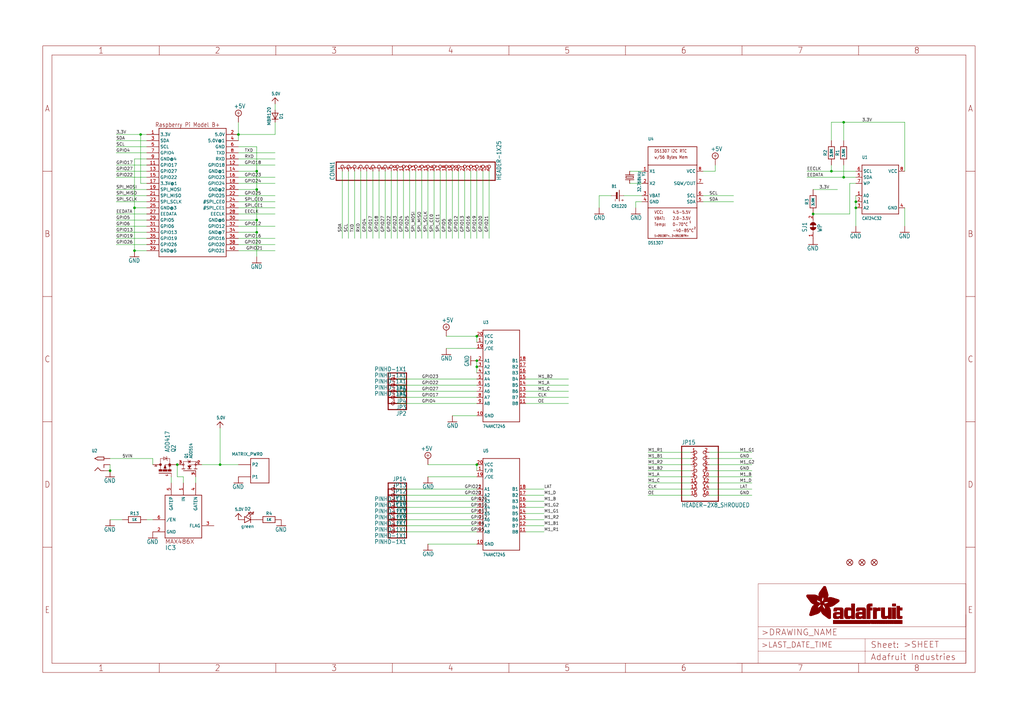
<source format=kicad_sch>
(kicad_sch (version 20211123) (generator eeschema)
  (paper "User" 425.45 299.161)
  (lib_symbols
    (symbol "eagleSchem-eagle-import:+5V" (power)
      (property "Value" "+5V" (at -1.905 3.175 0))
      (symbol "+5V_1_0"
        (pin power_in line (at 0 -2.54 90) (length 2.54) (name "+5V") (number "1"))
      )
    )
    (symbol "eagleSchem-eagle-import:2.1MMJACKSMT"
      (symbol "2.1MMJACKSMT_1_0"
        (pin bidirectional line (at 5.08 -2.54 180) (length 2.54) (name "RING") (number "GND"))
        (pin bidirectional line (at 5.08 0 180) (length 2.54) (name "RING_SW") (number "GNDBREAK"))
        (pin bidirectional line (at 5.08 2.54 180) (length 2.54) (name "TIP") (number "PWR2"))
      )
    )
    (symbol "eagleSchem-eagle-import:5.0V" (power)
      (property "Value" "5.0V" (at -1.524 1.016 0))
      (symbol "5.0V_1_0"
        (pin power_in line (at 0 -2.54 90) (length 2.54) (name "5.0V") (number "1"))
      )
    )
    (symbol "eagleSchem-eagle-import:74LCX245"
      (property "Reference" "U" (at -7.62 22.86 0))
      (property "Value" "74LCX245" (at -7.62 -20.32 0))
      (symbol "74LCX245_1_0"
        (pin bidirectional line (at -10.16 15.24 0) (length 2.54) (name "T/R") (number "1"))
        (pin bidirectional line (at -10.16 -15.24 0) (length 2.54) (name "GND") (number "10"))
        (pin bidirectional line (at 10.16 -10.16 180) (length 2.54) (name "B8") (number "11"))
        (pin bidirectional line (at 10.16 -7.62 180) (length 2.54) (name "B7") (number "12"))
        (pin bidirectional line (at 10.16 -5.08 180) (length 2.54) (name "B6") (number "13"))
        (pin bidirectional line (at 10.16 -2.54 180) (length 2.54) (name "B5") (number "14"))
        (pin bidirectional line (at 10.16 0 180) (length 2.54) (name "B4") (number "15"))
        (pin bidirectional line (at 10.16 2.54 180) (length 2.54) (name "B3") (number "16"))
        (pin bidirectional line (at 10.16 5.08 180) (length 2.54) (name "B2") (number "17"))
        (pin bidirectional line (at 10.16 7.62 180) (length 2.54) (name "B1") (number "18"))
        (pin bidirectional line (at -10.16 12.7 0) (length 2.54) (name "/OE") (number "19"))
        (pin bidirectional line (at -10.16 7.62 0) (length 2.54) (name "A1") (number "2"))
        (pin bidirectional line (at -10.16 17.78 0) (length 2.54) (name "VCC") (number "20"))
        (pin bidirectional line (at -10.16 5.08 0) (length 2.54) (name "A2") (number "3"))
        (pin bidirectional line (at -10.16 2.54 0) (length 2.54) (name "A3") (number "4"))
        (pin bidirectional line (at -10.16 0 0) (length 2.54) (name "A4") (number "5"))
        (pin bidirectional line (at -10.16 -2.54 0) (length 2.54) (name "A5") (number "6"))
        (pin bidirectional line (at -10.16 -5.08 0) (length 2.54) (name "A6") (number "7"))
        (pin bidirectional line (at -10.16 -7.62 0) (length 2.54) (name "A7") (number "8"))
        (pin bidirectional line (at -10.16 -10.16 0) (length 2.54) (name "A8") (number "9"))
      )
    )
    (symbol "eagleSchem-eagle-import:BATTERYCR1220_SMT"
      (property "Reference" "B" (at -2.54 3.175 0))
      (property "Value" "BATTERYCR1220_SMT" (at -2.54 -5.08 0))
      (symbol "BATTERYCR1220_SMT_1_0"
        (text "+" (at 1.27 -1.143 900) (effects (font (size 1.27 1.0795)) (justify right top)))
        (text "-" (at -1.778 -1.143 900) (effects (font (size 1.27 1.0795)) (justify right top)))
        (pin passive line (at 2.54 0 180) (length 0) (name "+") (number "+$1"))
        (pin passive line (at -2.54 0 0) (length 0) (name "-") (number "-"))
      )
    )
    (symbol "eagleSchem-eagle-import:CRYSTAL8.0X3.8"
      (property "Reference" "Y" (at -2.54 2.54 0))
      (property "Value" "CRYSTAL8.0X3.8" (at -2.54 -3.81 0))
      (symbol "CRYSTAL8.0X3.8_1_0"
        (pin passive line (at -2.54 0 0) (length 0) (name "1") (number "P$1"))
        (pin passive line (at 2.54 0 180) (length 0) (name "2") (number "P$4"))
      )
    )
    (symbol "eagleSchem-eagle-import:DIODESOD-123"
      (property "Reference" "D" (at 0 2.54 0))
      (property "Value" "DIODESOD-123" (at 0 -2.5 0))
      (symbol "DIODESOD-123_1_0"
        (pin passive line (at -2.54 0 0) (length 2.54) (name "A") (number "A"))
        (pin passive line (at 2.54 0 180) (length 2.54) (name "C") (number "C"))
      )
    )
    (symbol "eagleSchem-eagle-import:EEPROM_I2C_SOIC8_GENERIC"
      (property "Reference" "U" (at -7.62 12.7 0))
      (property "Value" "EEPROM_I2C_SOIC8_GENERIC" (at -7.62 -12.7 0))
      (symbol "EEPROM_I2C_SOIC8_GENERIC_1_0"
        (pin input line (at -10.16 -2.54 0) (length 2.54) (name "A0") (number "1"))
        (pin input line (at -10.16 -5.08 0) (length 2.54) (name "A1") (number "2"))
        (pin input line (at -10.16 -7.62 0) (length 2.54) (name "A2") (number "3"))
        (pin power_in line (at 10.16 -7.62 180) (length 2.54) (name "GND") (number "4"))
        (pin bidirectional line (at -10.16 5.08 0) (length 2.54) (name "SDA") (number "5"))
        (pin input line (at -10.16 7.62 0) (length 2.54) (name "SCL") (number "6"))
        (pin input line (at -10.16 2.54 0) (length 2.54) (name "WP") (number "7"))
        (pin power_in line (at 10.16 7.62 180) (length 2.54) (name "VCC") (number "8"))
      )
    )
    (symbol "eagleSchem-eagle-import:FIDUCIAL{dblquote}{dblquote}")
    (symbol "eagleSchem-eagle-import:FRAME_A3_ADAFRUIT"
      (symbol "FRAME_A3_ADAFRUIT_0_0"
        (text "1" (at 24.2094 1.905 0) (effects (font (size 2.54 2.286))))
        (text "1" (at 24.2094 258.445 0) (effects (font (size 2.54 2.286))))
        (text "2" (at 72.6281 1.905 0) (effects (font (size 2.54 2.286))))
        (text "2" (at 72.6281 258.445 0) (effects (font (size 2.54 2.286))))
        (text "3" (at 121.0469 1.905 0) (effects (font (size 2.54 2.286))))
        (text "3" (at 121.0469 258.445 0) (effects (font (size 2.54 2.286))))
        (text "4" (at 169.4656 1.905 0) (effects (font (size 2.54 2.286))))
        (text "4" (at 169.4656 258.445 0) (effects (font (size 2.54 2.286))))
        (text "5" (at 217.8844 1.905 0) (effects (font (size 2.54 2.286))))
        (text "5" (at 217.8844 258.445 0) (effects (font (size 2.54 2.286))))
        (text "6" (at 266.3031 1.905 0) (effects (font (size 2.54 2.286))))
        (text "6" (at 266.3031 258.445 0) (effects (font (size 2.54 2.286))))
        (text "7" (at 314.7219 1.905 0) (effects (font (size 2.54 2.286))))
        (text "7" (at 314.7219 258.445 0) (effects (font (size 2.54 2.286))))
        (text "8" (at 363.1406 1.905 0) (effects (font (size 2.54 2.286))))
        (text "8" (at 363.1406 258.445 0) (effects (font (size 2.54 2.286))))
        (text "A" (at 1.905 234.315 0) (effects (font (size 2.54 2.286))))
        (text "A" (at 385.445 234.315 0) (effects (font (size 2.54 2.286))))
        (text "B" (at 1.905 182.245 0) (effects (font (size 2.54 2.286))))
        (text "B" (at 385.445 182.245 0) (effects (font (size 2.54 2.286))))
        (text "C" (at 1.905 130.175 0) (effects (font (size 2.54 2.286))))
        (text "C" (at 385.445 130.175 0) (effects (font (size 2.54 2.286))))
        (text "D" (at 1.905 78.105 0) (effects (font (size 2.54 2.286))))
        (text "D" (at 385.445 78.105 0) (effects (font (size 2.54 2.286))))
        (text "E" (at 1.905 26.035 0) (effects (font (size 2.54 2.286))))
        (text "E" (at 385.445 26.035 0) (effects (font (size 2.54 2.286))))
      )
      (symbol "FRAME_A3_ADAFRUIT_1_0"
        (text ">DRAWING_NAME" (at 298.45 15.24 0) (effects (font (size 2.54 2.54)) (justify left bottom)))
        (text ">LAST_DATE_TIME" (at 298.45 10.16 0) (effects (font (size 2.286 2.286)) (justify left bottom)))
        (text ">SHEET" (at 357.505 10.16 0) (effects (font (size 2.54 2.54)) (justify left bottom)))
        (text "Adafruit Industries" (at 343.916 4.953 0) (effects (font (size 2.54 2.54)) (justify left bottom)))
        (text "Sheet:" (at 343.916 10.033 0) (effects (font (size 2.54 2.54)) (justify left bottom)))
      )
    )
    (symbol "eagleSchem-eagle-import:GND" (power)
      (property "Value" "GND" (at -2.54 -2.54 0))
      (symbol "GND_1_0"
        (pin power_in line (at 0 2.54 270) (length 2.54) (name "GND") (number "1"))
      )
    )
    (symbol "eagleSchem-eagle-import:HEADER-1X25"
      (property "Reference" "CONN" (at -3.81 33.655 0))
      (property "Value" "HEADER-1X25" (at -3.81 -35.56 0))
      (symbol "HEADER-1X25_1_0"
        (pin passive inverted (at 0 30.48 0) (length 2.54) (name "1") (number "1"))
        (pin passive inverted (at 0 7.62 0) (length 2.54) (name "10") (number "10"))
        (pin passive inverted (at 0 5.08 0) (length 2.54) (name "11") (number "11"))
        (pin passive inverted (at 0 2.54 0) (length 2.54) (name "12") (number "12"))
        (pin passive inverted (at 0 0 0) (length 2.54) (name "13") (number "13"))
        (pin passive inverted (at 0 -2.54 0) (length 2.54) (name "14") (number "14"))
        (pin passive inverted (at 0 -5.08 0) (length 2.54) (name "15") (number "15"))
        (pin passive inverted (at 0 -7.62 0) (length 2.54) (name "16") (number "16"))
        (pin passive inverted (at 0 -10.16 0) (length 2.54) (name "17") (number "17"))
        (pin passive inverted (at 0 -12.7 0) (length 2.54) (name "18") (number "18"))
        (pin passive inverted (at 0 -15.24 0) (length 2.54) (name "19") (number "19"))
        (pin passive inverted (at 0 27.94 0) (length 2.54) (name "2") (number "2"))
        (pin passive inverted (at 0 -17.78 0) (length 2.54) (name "20") (number "20"))
        (pin passive inverted (at 0 -20.32 0) (length 2.54) (name "21") (number "21"))
        (pin passive inverted (at 0 -22.86 0) (length 2.54) (name "22") (number "22"))
        (pin passive inverted (at 0 -25.4 0) (length 2.54) (name "23") (number "23"))
        (pin passive inverted (at 0 -27.94 0) (length 2.54) (name "24") (number "24"))
        (pin passive inverted (at 0 -30.48 0) (length 2.54) (name "25") (number "25"))
        (pin passive inverted (at 0 25.4 0) (length 2.54) (name "3") (number "3"))
        (pin passive inverted (at 0 22.86 0) (length 2.54) (name "4") (number "4"))
        (pin passive inverted (at 0 20.32 0) (length 2.54) (name "5") (number "5"))
        (pin passive inverted (at 0 17.78 0) (length 2.54) (name "6") (number "6"))
        (pin passive inverted (at 0 15.24 0) (length 2.54) (name "7") (number "7"))
        (pin passive inverted (at 0 12.7 0) (length 2.54) (name "8") (number "8"))
        (pin passive inverted (at 0 10.16 0) (length 2.54) (name "9") (number "9"))
      )
    )
    (symbol "eagleSchem-eagle-import:HEADER-2X8_SHROUDED"
      (property "Reference" "JP" (at -8.89 10.795 0))
      (property "Value" "HEADER-2X8_SHROUDED" (at -8.89 -15.24 0))
      (symbol "HEADER-2X8_SHROUDED_1_0"
        (pin passive inverted (at -5.08 7.62 0) (length 2.54) (name "1") (number "1"))
        (pin passive inverted (at 2.54 -2.54 180) (length 2.54) (name "10") (number "10"))
        (pin passive inverted (at -5.08 -5.08 0) (length 2.54) (name "11") (number "11"))
        (pin passive inverted (at 2.54 -5.08 180) (length 2.54) (name "12") (number "12"))
        (pin passive inverted (at -5.08 -7.62 0) (length 2.54) (name "13") (number "13"))
        (pin passive inverted (at 2.54 -7.62 180) (length 2.54) (name "14") (number "14"))
        (pin passive inverted (at -5.08 -10.16 0) (length 2.54) (name "15") (number "15"))
        (pin passive inverted (at 2.54 -10.16 180) (length 2.54) (name "16") (number "16"))
        (pin passive inverted (at 2.54 7.62 180) (length 2.54) (name "2") (number "2"))
        (pin passive inverted (at -5.08 5.08 0) (length 2.54) (name "3") (number "3"))
        (pin passive inverted (at 2.54 5.08 180) (length 2.54) (name "4") (number "4"))
        (pin passive inverted (at -5.08 2.54 0) (length 2.54) (name "5") (number "5"))
        (pin passive inverted (at 2.54 2.54 180) (length 2.54) (name "6") (number "6"))
        (pin passive inverted (at -5.08 0 0) (length 2.54) (name "7") (number "7"))
        (pin passive inverted (at 2.54 0 180) (length 2.54) (name "8") (number "8"))
        (pin passive inverted (at -5.08 -2.54 0) (length 2.54) (name "9") (number "9"))
      )
    )
    (symbol "eagleSchem-eagle-import:IRF?5305R"
      (property "Reference" "Q" (at 7.62 2.54 0))
      (property "Value" "IRF?5305R" (at 7.62 0 0))
      (symbol "IRF?5305R_1_0"
        (text "D" (at 1.524 -3.302 0) (effects (font (size 0.8128 0.6908)) (justify left bottom)))
        (text "G" (at -2.286 1.27 0) (effects (font (size 0.8128 0.6908)) (justify left bottom)))
        (text "S" (at 1.524 2.54 0) (effects (font (size 0.8128 0.6908)) (justify left bottom)))
        (pin passive line (at -2.54 2.54 0) (length 0) (name "G") (number "1"))
        (pin passive line (at 2.54 5.08 270) (length 2.54) (name "S") (number "3"))
        (pin passive line (at 2.54 -5.08 90) (length 2.54) (name "D") (number "4"))
      )
    )
    (symbol "eagleSchem-eagle-import:LED0805_NOOUTLINE"
      (property "Reference" "D" (at -1.27 4.445 0))
      (property "Value" "LED0805_NOOUTLINE" (at -1.27 -2.794 0))
      (symbol "LED0805_NOOUTLINE_1_0"
        (pin passive line (at -5.08 0 0) (length 2.54) (name "A") (number "A"))
        (pin passive line (at 2.54 0 180) (length 2.54) (name "C") (number "C"))
      )
    )
    (symbol "eagleSchem-eagle-import:MAX486X{slash}SOT"
      (property "Reference" "IC" (at -7.62 -15.24 0))
      (symbol "MAX486X{slash}SOT_1_0"
        (text "MAX486X" (at -7.62 -12.7 0) (effects (font (size 1.778 1.778)) (justify left bottom)))
        (pin input line (at 0 12.7 270) (length 5.08) (name "IN") (number "1"))
        (pin power_in line (at -12.7 -7.62 0) (length 5.08) (name "GND") (number "2"))
        (pin output line (at 12.7 -5.08 180) (length 5.08) (name "FLAG") (number "3"))
        (pin output line (at 5.08 12.7 270) (length 5.08) (name "GATEN") (number "4"))
        (pin output line (at -5.08 12.7 270) (length 5.08) (name "GATEP") (number "5"))
        (pin input line (at -12.7 -2.54 0) (length 5.08) (name "/EN") (number "6"))
      )
    )
    (symbol "eagleSchem-eagle-import:MOSFET-N_TO252"
      (property "Reference" "Q" (at 5.08 0.635 0))
      (property "Value" "MOSFET-N_TO252" (at 5.08 -1.27 0))
      (symbol "MOSFET-N_TO252_1_0"
        (text "D" (at 3.175 3.175 0) (effects (font (size 0.8128 0.6908)) (justify left bottom)))
        (text "G" (at -1.27 -1.905 0) (effects (font (size 0.8128 0.6908)) (justify left bottom)))
        (text "S" (at 3.175 -3.81 0) (effects (font (size 0.8128 0.6908)) (justify left bottom)))
        (pin bidirectional line (at -2.54 -2.54 0) (length 2.54) (name "G") (number "1"))
        (pin bidirectional line (at 2.54 -5.08 90) (length 2.54) (name "S") (number "2"))
        (pin bidirectional line (at 2.54 5.08 270) (length 2.54) (name "D") (number "3"))
      )
    )
    (symbol "eagleSchem-eagle-import:PINHD-1X1"
      (property "Reference" "JP" (at -6.35 3.175 0))
      (property "Value" "PINHD-1X1" (at -6.35 -5.08 0))
      (symbol "PINHD-1X1_1_0"
        (pin passive inverted (at -2.54 0 0) (length 2.54) (name "1") (number "1"))
      )
    )
    (symbol "eagleSchem-eagle-import:PINHEAD"
      (symbol "PINHEAD_1_0"
        (pin bidirectional line (at 7.62 2.54 180) (length 5.08) (name "P1") (number "P$3"))
        (pin bidirectional line (at 7.62 -2.54 180) (length 5.08) (name "P2") (number "P$4"))
      )
    )
    (symbol "eagleSchem-eagle-import:RASPBERRYPI_BPLUS_HATSLOTS"
      (symbol "RASPBERRYPI_BPLUS_HATSLOTS_1_0"
        (text "Raspberry Pi Model B+" (at 12.7 25.4 0) (effects (font (size 1.778 1.5113)) (justify right top)))
        (pin power_in line (at -17.78 20.32 0) (length 5.08) (name "3.3V") (number "1"))
        (pin bidirectional line (at 20.32 10.16 180) (length 5.08) (name "RXD") (number "10"))
        (pin bidirectional line (at -17.78 7.62 0) (length 5.08) (name "GPIO17") (number "11"))
        (pin bidirectional line (at 20.32 7.62 180) (length 5.08) (name "GPIO18") (number "12"))
        (pin bidirectional line (at -17.78 5.08 0) (length 5.08) (name "GPIO27") (number "13"))
        (pin power_in line (at 20.32 5.08 180) (length 5.08) (name "GND@1") (number "14"))
        (pin bidirectional line (at -17.78 2.54 0) (length 5.08) (name "GPIO22") (number "15"))
        (pin bidirectional line (at 20.32 2.54 180) (length 5.08) (name "GPIO23") (number "16"))
        (pin power_in line (at -17.78 0 0) (length 5.08) (name "3.3V@1") (number "17"))
        (pin bidirectional line (at 20.32 0 180) (length 5.08) (name "GPIO24") (number "18"))
        (pin bidirectional line (at -17.78 -2.54 0) (length 5.08) (name "SPI_MOSI") (number "19"))
        (pin power_in line (at 20.32 20.32 180) (length 5.08) (name "5.0V") (number "2"))
        (pin power_in line (at 20.32 -2.54 180) (length 5.08) (name "GND@2") (number "20"))
        (pin bidirectional line (at -17.78 -5.08 0) (length 5.08) (name "SPI_MISO") (number "21"))
        (pin bidirectional line (at 20.32 -5.08 180) (length 5.08) (name "GPIO25") (number "22"))
        (pin bidirectional line (at -17.78 -7.62 0) (length 5.08) (name "SPI_SCLK") (number "23"))
        (pin bidirectional line (at 20.32 -7.62 180) (length 5.08) (name "#SPI_CE0") (number "24"))
        (pin power_in line (at -17.78 -10.16 0) (length 5.08) (name "GND@3") (number "25"))
        (pin bidirectional line (at 20.32 -10.16 180) (length 5.08) (name "#SPI_CE1") (number "26"))
        (pin bidirectional line (at -17.78 -12.7 0) (length 5.08) (name "EEDATA") (number "27"))
        (pin power_in line (at 20.32 -12.7 180) (length 5.08) (name "EECLK") (number "28"))
        (pin bidirectional line (at -17.78 -15.24 0) (length 5.08) (name "GPIO5") (number "29"))
        (pin bidirectional line (at -17.78 17.78 0) (length 5.08) (name "SDA") (number "3"))
        (pin bidirectional line (at 20.32 -15.24 180) (length 5.08) (name "GND@6") (number "30"))
        (pin power_in line (at -17.78 -17.78 0) (length 5.08) (name "GPIO6") (number "31"))
        (pin bidirectional line (at 20.32 -17.78 180) (length 5.08) (name "GPIO12") (number "32"))
        (pin bidirectional line (at -17.78 -20.32 0) (length 5.08) (name "GPIO13") (number "33"))
        (pin bidirectional line (at 20.32 -20.32 180) (length 5.08) (name "GND@7") (number "34"))
        (pin bidirectional line (at -17.78 -22.86 0) (length 5.08) (name "GPIO19") (number "35"))
        (pin power_in line (at 20.32 -22.86 180) (length 5.08) (name "GPIO16") (number "36"))
        (pin bidirectional line (at -17.78 -25.4 0) (length 5.08) (name "GPIO26") (number "37"))
        (pin bidirectional line (at 20.32 -25.4 180) (length 5.08) (name "GPIO20") (number "38"))
        (pin power_in line (at -17.78 -27.94 0) (length 5.08) (name "GND@5") (number "39"))
        (pin power_in line (at 20.32 17.78 180) (length 5.08) (name "5.0V@1") (number "4"))
        (pin bidirectional line (at 20.32 -27.94 180) (length 5.08) (name "GPIO21") (number "40"))
        (pin bidirectional line (at -17.78 15.24 0) (length 5.08) (name "SCL") (number "5"))
        (pin power_in line (at 20.32 15.24 180) (length 5.08) (name "GND") (number "6"))
        (pin bidirectional line (at -17.78 12.7 0) (length 5.08) (name "GPIO4") (number "7"))
        (pin output line (at 20.32 12.7 180) (length 5.08) (name "TXD") (number "8"))
        (pin power_in line (at -17.78 10.16 0) (length 5.08) (name "GND@4") (number "9"))
      )
    )
    (symbol "eagleSchem-eagle-import:RESISTOR0805_NOOUTLINE"
      (property "Reference" "R" (at 0 2.54 0))
      (property "Value" "RESISTOR0805_NOOUTLINE" (at 0 0 0))
      (symbol "RESISTOR0805_NOOUTLINE_1_0"
        (pin passive line (at -5.08 0 0) (length 2.54) (name "1") (number "1"))
        (pin passive line (at 5.08 0 180) (length 2.54) (name "2") (number "2"))
      )
    )
    (symbol "eagleSchem-eagle-import:RTC_DS1307"
      (property "Reference" "U" (at -10.16 20.32 0))
      (property "Value" "RTC_DS1307" (at -10.16 -22.86 0))
      (symbol "RTC_DS1307_1_0"
        (text "-40-85°C" (at 0 -17.78 0) (effects (font (size 1.27 1.0795)) (justify left bottom)))
        (text "0-70°C" (at 0 -15.24 0) (effects (font (size 1.27 1.0795)) (justify left bottom)))
        (text "1" (at 6.985 -13.97 0) (effects (font (size 0.8128 0.6908)) (justify left bottom)))
        (text "1=DS1307+, 2=DS1307N+" (at -7.62 -19.685 0) (effects (font (size 0.8128 0.6908)) (justify left bottom)))
        (text "2" (at 8.89 -16.51 0) (effects (font (size 0.8128 0.6908)) (justify left bottom)))
        (text "2.0-3.5V" (at 0 -12.7 0) (effects (font (size 1.27 1.0795)) (justify left bottom)))
        (text "4.5-5.5V" (at 0 -10.16 0) (effects (font (size 1.27 1.0795)) (justify left bottom)))
        (text "DS1307 I2C RTC" (at -7.62 15.24 0) (effects (font (size 1.27 1.0795)) (justify left bottom)))
        (text "Temp:" (at -7.62 -15.24 0) (effects (font (size 1.27 1.0795)) (justify left bottom)))
        (text "VBAT:" (at -7.62 -12.7 0) (effects (font (size 1.27 1.0795)) (justify left bottom)))
        (text "VCC:" (at -7.62 -10.16 0) (effects (font (size 1.27 1.0795)) (justify left bottom)))
        (text "w/56 Bytes Mem" (at -7.62 12.7 0) (effects (font (size 1.27 1.0795)) (justify left bottom)))
        (pin bidirectional line (at -12.7 7.62 0) (length 2.54) (name "X1") (number "1"))
        (pin bidirectional line (at -12.7 2.54 0) (length 2.54) (name "X2") (number "2"))
        (pin bidirectional line (at -12.7 -2.54 0) (length 2.54) (name "VBAT") (number "3"))
        (pin bidirectional line (at -12.7 -5.08 0) (length 2.54) (name "GND") (number "4"))
        (pin bidirectional line (at 12.7 -5.08 180) (length 2.54) (name "SDA") (number "5"))
        (pin bidirectional line (at 12.7 -2.54 180) (length 2.54) (name "SCL") (number "6"))
        (pin bidirectional line (at 12.7 2.54 180) (length 2.54) (name "SQW/OUT") (number "7"))
        (pin bidirectional line (at 12.7 7.62 180) (length 2.54) (name "VCC") (number "8"))
      )
    )
    (symbol "eagleSchem-eagle-import:SOLDERJUMPER_CLOSED"
      (property "Reference" "SJ" (at -2.54 2.54 0))
      (property "Value" "SOLDERJUMPER_CLOSED" (at -2.54 -3.81 0))
      (symbol "SOLDERJUMPER_CLOSED_1_0"
        (pin passive line (at -5.08 0 0) (length 2.54) (name "1") (number "1"))
        (pin passive line (at 5.08 0 180) (length 2.54) (name "2") (number "2"))
      )
    )
  )
  (junction (at 337.82 88.9))
  (junction (at 198.12 149.86))
  (junction (at 106.68 71.12))
  (junction (at 55.88 104.14))
  (junction (at 91.44 193.04))
  (junction (at 350.52 73.66))
  (junction (at 106.68 91.44))
  (junction (at 58.42 55.88))
  (junction (at 345.44 71.12))
  (junction (at 106.68 78.74))
  (junction (at 355.6 86.36))
  (junction (at 198.12 152.4))
  (junction (at 198.12 139.7))
  (junction (at 55.88 86.36))
  (junction (at 198.12 193.04))
  (junction (at 99.06 55.88))
  (junction (at 355.6 83.82))
  (junction (at 73.66 193.04))
  (junction (at 350.52 50.8))
  (junction (at 106.68 96.52))
  (junction (at 45.72 195.58))
  (wire (pts (xy 226.06 205.74) (xy 218.44 205.74)))
  (wire (pts (xy 287.02 193.04) (xy 269.24 193.04)))
  (wire (pts (xy 58.42 76.2) (xy 58.42 55.88)))
  (wire (pts (xy 195.58 71.12) (xy 195.58 99.06)))
  (wire (pts (xy 60.96 215.9) (xy 63.5 215.9)))
  (wire (pts (xy 200.66 71.12) (xy 200.66 99.06)))
  (wire (pts (xy 60.96 68.58) (xy 48.26 68.58)))
  (wire (pts (xy 269.24 190.5) (xy 287.02 190.5)))
  (wire (pts (xy 60.96 60.96) (xy 48.26 60.96)))
  (wire (pts (xy 60.96 63.5) (xy 48.26 63.5)))
  (wire (pts (xy 345.44 50.8) (xy 345.44 58.42)))
  (wire (pts (xy 152.4 71.12) (xy 152.4 99.06)))
  (wire (pts (xy 99.06 73.66) (xy 114.3 73.66)))
  (wire (pts (xy 99.06 101.6) (xy 114.3 101.6)))
  (wire (pts (xy 99.06 76.2) (xy 114.3 76.2)))
  (wire (pts (xy 198.12 208.28) (xy 165.1 208.28)))
  (wire (pts (xy 149.86 99.06) (xy 149.86 71.12)))
  (wire (pts (xy 114.3 66.04) (xy 99.06 66.04)))
  (wire (pts (xy 99.06 83.82) (xy 114.3 83.82)))
  (wire (pts (xy 55.88 66.04) (xy 60.96 66.04)))
  (wire (pts (xy 218.44 160.02) (xy 236.22 160.02)))
  (wire (pts (xy 312.42 193.04) (xy 294.64 193.04)))
  (wire (pts (xy 177.8 198.12) (xy 198.12 198.12)))
  (wire (pts (xy 48.26 83.82) (xy 60.96 83.82)))
  (wire (pts (xy 48.26 93.98) (xy 60.96 93.98)))
  (wire (pts (xy 177.8 226.06) (xy 198.12 226.06)))
  (wire (pts (xy 355.6 86.36) (xy 355.6 93.98)))
  (wire (pts (xy 106.68 91.44) (xy 106.68 96.52)))
  (wire (pts (xy 292.1 71.12) (xy 297.18 71.12)))
  (wire (pts (xy 190.5 71.12) (xy 190.5 99.06)))
  (wire (pts (xy 269.24 205.74) (xy 287.02 205.74)))
  (wire (pts (xy 99.06 91.44) (xy 106.68 91.44)))
  (wire (pts (xy 261.62 76.2) (xy 266.7 76.2)))
  (wire (pts (xy 60.96 55.88) (xy 58.42 55.88)))
  (wire (pts (xy 355.6 83.82) (xy 355.6 86.36)))
  (wire (pts (xy 99.06 99.06) (xy 114.3 99.06)))
  (wire (pts (xy 294.64 195.58) (xy 312.42 195.58)))
  (wire (pts (xy 71.12 200.66) (xy 71.12 198.12)))
  (wire (pts (xy 375.92 50.8) (xy 350.52 50.8)))
  (wire (pts (xy 58.42 76.2) (xy 60.96 76.2)))
  (wire (pts (xy 58.42 55.88) (xy 48.26 55.88)))
  (wire (pts (xy 185.42 144.78) (xy 198.12 144.78)))
  (wire (pts (xy 304.8 81.28) (xy 292.1 81.28)))
  (wire (pts (xy 198.12 210.82) (xy 165.1 210.82)))
  (wire (pts (xy 99.06 93.98) (xy 114.3 93.98)))
  (wire (pts (xy 106.68 78.74) (xy 106.68 91.44)))
  (wire (pts (xy 99.06 86.36) (xy 114.3 86.36)))
  (wire (pts (xy 198.12 142.24) (xy 198.12 139.7)))
  (wire (pts (xy 350.52 73.66) (xy 355.6 73.66)))
  (wire (pts (xy 106.68 71.12) (xy 106.68 78.74)))
  (wire (pts (xy 144.78 99.06) (xy 144.78 71.12)))
  (wire (pts (xy 165.1 162.56) (xy 198.12 162.56)))
  (wire (pts (xy 172.72 99.06) (xy 172.72 71.12)))
  (wire (pts (xy 266.7 83.82) (xy 264.16 83.82)))
  (wire (pts (xy 287.02 203.2) (xy 269.24 203.2)))
  (wire (pts (xy 106.68 96.52) (xy 106.68 106.68)))
  (wire (pts (xy 226.06 210.82) (xy 218.44 210.82)))
  (wire (pts (xy 60.96 104.14) (xy 55.88 104.14)))
  (wire (pts (xy 81.28 198.12) (xy 81.28 200.66)))
  (wire (pts (xy 312.42 187.96) (xy 294.64 187.96)))
  (wire (pts (xy 50.8 215.9) (xy 45.72 215.9)))
  (wire (pts (xy 106.68 60.96) (xy 106.68 71.12)))
  (wire (pts (xy 353.06 76.2) (xy 355.6 76.2)))
  (wire (pts (xy 218.44 203.2) (xy 226.06 203.2)))
  (wire (pts (xy 294.64 205.74) (xy 312.42 205.74)))
  (wire (pts (xy 83.82 193.04) (xy 91.44 193.04)))
  (wire (pts (xy 45.72 193.04) (xy 45.72 195.58)))
  (wire (pts (xy 312.42 203.2) (xy 294.64 203.2)))
  (wire (pts (xy 264.16 83.82) (xy 264.16 86.36)))
  (wire (pts (xy 48.26 96.52) (xy 60.96 96.52)))
  (wire (pts (xy 375.92 86.36) (xy 375.92 93.98)))
  (wire (pts (xy 269.24 200.66) (xy 287.02 200.66)))
  (wire (pts (xy 312.42 198.12) (xy 294.64 198.12)))
  (wire (pts (xy 198.12 167.64) (xy 165.1 167.64)))
  (wire (pts (xy 198.12 99.06) (xy 198.12 71.12)))
  (wire (pts (xy 60.96 58.42) (xy 48.26 58.42)))
  (wire (pts (xy 99.06 81.28) (xy 114.3 81.28)))
  (wire (pts (xy 218.44 218.44) (xy 226.06 218.44)))
  (wire (pts (xy 187.96 99.06) (xy 187.96 71.12)))
  (wire (pts (xy 48.26 78.74) (xy 60.96 78.74)))
  (wire (pts (xy 218.44 213.36) (xy 226.06 213.36)))
  (wire (pts (xy 287.02 198.12) (xy 269.24 198.12)))
  (wire (pts (xy 167.64 99.06) (xy 167.64 71.12)))
  (wire (pts (xy 55.88 86.36) (xy 55.88 104.14)))
  (wire (pts (xy 48.26 99.06) (xy 60.96 99.06)))
  (wire (pts (xy 154.94 99.06) (xy 154.94 71.12)))
  (wire (pts (xy 254 81.28) (xy 248.92 81.28)))
  (wire (pts (xy 45.72 190.5) (xy 63.5 190.5)))
  (wire (pts (xy 198.12 149.86) (xy 198.12 152.4)))
  (wire (pts (xy 193.04 99.06) (xy 193.04 71.12)))
  (wire (pts (xy 198.12 218.44) (xy 165.1 218.44)))
  (wire (pts (xy 337.82 88.9) (xy 353.06 88.9)))
  (wire (pts (xy 48.26 81.28) (xy 60.96 81.28)))
  (wire (pts (xy 337.82 78.74) (xy 347.98 78.74)))
  (wire (pts (xy 355.6 71.12) (xy 345.44 71.12)))
  (wire (pts (xy 350.52 50.8) (xy 345.44 50.8)))
  (wire (pts (xy 114.3 43.18) (xy 114.3 45.72)))
  (wire (pts (xy 48.26 101.6) (xy 60.96 101.6)))
  (wire (pts (xy 266.7 81.28) (xy 259.08 81.28)))
  (wire (pts (xy 304.8 83.82) (xy 292.1 83.82)))
  (wire (pts (xy 375.92 71.12) (xy 375.92 50.8)))
  (wire (pts (xy 198.12 213.36) (xy 165.1 213.36)))
  (wire (pts (xy 99.06 50.8) (xy 99.06 55.88)))
  (wire (pts (xy 355.6 81.28) (xy 355.6 83.82)))
  (wire (pts (xy 185.42 139.7) (xy 198.12 139.7)))
  (wire (pts (xy 170.18 71.12) (xy 170.18 99.06)))
  (wire (pts (xy 198.12 152.4) (xy 198.12 154.94)))
  (wire (pts (xy 160.02 71.12) (xy 160.02 99.06)))
  (wire (pts (xy 165.1 215.9) (xy 198.12 215.9)))
  (wire (pts (xy 185.42 71.12) (xy 185.42 99.06)))
  (wire (pts (xy 187.96 172.72) (xy 198.12 172.72)))
  (wire (pts (xy 76.2 198.12) (xy 76.2 200.66)))
  (wire (pts (xy 236.22 162.56) (xy 218.44 162.56)))
  (wire (pts (xy 162.56 99.06) (xy 162.56 71.12)))
  (wire (pts (xy 218.44 165.1) (xy 236.22 165.1)))
  (wire (pts (xy 63.5 193.04) (xy 63.5 190.5)))
  (wire (pts (xy 177.8 193.04) (xy 198.12 193.04)))
  (wire (pts (xy 142.24 71.12) (xy 142.24 99.06)))
  (wire (pts (xy 345.44 71.12) (xy 335.28 71.12)))
  (wire (pts (xy 203.2 99.06) (xy 203.2 71.12)))
  (wire (pts (xy 114.3 50.8) (xy 114.3 55.88)))
  (wire (pts (xy 198.12 220.98) (xy 165.1 220.98)))
  (wire (pts (xy 350.52 58.42) (xy 350.52 50.8)))
  (wire (pts (xy 55.88 86.36) (xy 60.96 86.36)))
  (wire (pts (xy 99.06 96.52) (xy 106.68 96.52)))
  (wire (pts (xy 198.12 165.1) (xy 165.1 165.1)))
  (wire (pts (xy 353.06 88.9) (xy 353.06 76.2)))
  (wire (pts (xy 287.02 187.96) (xy 269.24 187.96)))
  (wire (pts (xy 294.64 200.66) (xy 312.42 200.66)))
  (wire (pts (xy 73.66 198.12) (xy 76.2 198.12)))
  (wire (pts (xy 99.06 63.5) (xy 114.3 63.5)))
  (wire (pts (xy 99.06 88.9) (xy 114.3 88.9)))
  (wire (pts (xy 175.26 71.12) (xy 175.26 99.06)))
  (wire (pts (xy 182.88 99.06) (xy 182.88 71.12)))
  (wire (pts (xy 91.44 193.04) (xy 99.06 193.04)))
  (wire (pts (xy 294.64 190.5) (xy 312.42 190.5)))
  (wire (pts (xy 99.06 60.96) (xy 106.68 60.96)))
  (wire (pts (xy 60.96 73.66) (xy 48.26 73.66)))
  (wire (pts (xy 226.06 220.98) (xy 218.44 220.98)))
  (wire (pts (xy 350.52 68.58) (xy 350.52 73.66)))
  (wire (pts (xy 261.62 71.12) (xy 266.7 71.12)))
  (wire (pts (xy 335.28 73.66) (xy 350.52 73.66)))
  (wire (pts (xy 236.22 157.48) (xy 218.44 157.48)))
  (wire (pts (xy 198.12 195.58) (xy 198.12 193.04)))
  (wire (pts (xy 218.44 167.64) (xy 236.22 167.64)))
  (wire (pts (xy 198.12 203.2) (xy 165.1 203.2)))
  (wire (pts (xy 91.44 193.04) (xy 91.44 177.8)))
  (wire (pts (xy 198.12 157.48) (xy 165.1 157.48)))
  (wire (pts (xy 165.1 160.02) (xy 198.12 160.02)))
  (wire (pts (xy 269.24 195.58) (xy 287.02 195.58)))
  (wire (pts (xy 48.26 91.44) (xy 60.96 91.44)))
  (wire (pts (xy 48.26 71.12) (xy 60.96 71.12)))
  (wire (pts (xy 177.8 99.06) (xy 177.8 71.12)))
  (wire (pts (xy 345.44 68.58) (xy 345.44 71.12)))
  (wire (pts (xy 226.06 215.9) (xy 218.44 215.9)))
  (wire (pts (xy 297.18 71.12) (xy 297.18 68.58)))
  (wire (pts (xy 99.06 58.42) (xy 99.06 55.88)))
  (wire (pts (xy 99.06 68.58) (xy 114.3 68.58)))
  (wire (pts (xy 55.88 86.36) (xy 55.88 66.04)))
  (wire (pts (xy 60.96 88.9) (xy 48.26 88.9)))
  (wire (pts (xy 99.06 55.88) (xy 114.3 55.88)))
  (wire (pts (xy 99.06 71.12) (xy 106.68 71.12)))
  (wire (pts (xy 165.1 205.74) (xy 198.12 205.74)))
  (wire (pts (xy 248.92 81.28) (xy 248.92 86.36)))
  (wire (pts (xy 226.06 208.28) (xy 218.44 208.28)))
  (wire (pts (xy 180.34 71.12) (xy 180.34 99.06)))
  (wire (pts (xy 165.1 71.12) (xy 165.1 99.06)))
  (wire (pts (xy 99.06 104.14) (xy 114.3 104.14)))
  (wire (pts (xy 157.48 99.06) (xy 157.48 71.12)))
  (wire (pts (xy 73.66 193.04) (xy 73.66 198.12)))
  (wire (pts (xy 99.06 78.74) (xy 106.68 78.74)))
  (wire (pts (xy 147.32 71.12) (xy 147.32 99.06)))
  (label "GPIO27" (at 48.26 71.12 0) (effects (font (size 1.2446 1.2446))))
  (label "M1_R2" (at 226.06 215.9 0) (effects (font (size 1.2446 1.2446))))
  (label "GPIO17" (at 154.94 96.52 90) (effects (font (size 1.2446 1.2446))))
  (label "GPIO19" (at 48.26 99.06 0) (effects (font (size 1.2446 1.2446))))
  (label "M1_D" (at 307.34 200.66 0) (effects (font (size 1.2446 1.2446))))
  (label "GPIO5" (at 195.58 220.98 0) (effects (font (size 1.2446 1.2446))))
  (label "GPIO5" (at 185.42 96.52 90) (effects (font (size 1.2446 1.2446))))
  (label "M1_C" (at 269.24 200.66 0) (effects (font (size 1.2446 1.2446))))
  (label "GPIO4" (at 175.26 167.64 0) (effects (font (size 1.2446 1.2446))))
  (label "M1_B2" (at 269.24 195.58 0) (effects (font (size 1.2446 1.2446))))
  (label "GPIO16" (at 195.58 96.52 90) (effects (font (size 1.2446 1.2446))))
  (label "GPIO21" (at 203.2 96.52 90) (effects (font (size 1.2446 1.2446))))
  (label "GPIO12" (at 190.5 96.52 90) (effects (font (size 1.2446 1.2446))))
  (label "M1_G1" (at 226.06 213.36 0) (effects (font (size 1.2446 1.2446))))
  (label "GPIO13" (at 193.04 96.52 90) (effects (font (size 1.2446 1.2446))))
  (label "SPI_MISO" (at 175.26 96.52 90) (effects (font (size 1.2446 1.2446))))
  (label "RXD" (at 149.86 96.52 90) (effects (font (size 1.2446 1.2446))))
  (label "GPIO24" (at 101.6 76.2 0) (effects (font (size 1.2446 1.2446))))
  (label "SPI_MOSI" (at 48.26 78.74 0) (effects (font (size 1.2446 1.2446))))
  (label "GPIO17" (at 48.26 68.58 0) (effects (font (size 1.2446 1.2446))))
  (label "M1_A" (at 269.24 198.12 0) (effects (font (size 1.2446 1.2446))))
  (label "GPIO27" (at 175.26 162.56 0) (effects (font (size 1.2446 1.2446))))
  (label "SPI_CE1" (at 182.88 96.52 90) (effects (font (size 1.2446 1.2446))))
  (label "GPIO12" (at 195.58 215.9 0) (effects (font (size 1.2446 1.2446))))
  (label "GPIO22" (at 48.26 73.66 0) (effects (font (size 1.2446 1.2446))))
  (label "GPIO20" (at 200.66 96.52 90) (effects (font (size 1.2446 1.2446))))
  (label "GPIO25" (at 101.6 81.28 0) (effects (font (size 1.2446 1.2446))))
  (label "CLK" (at 223.52 165.1 0) (effects (font (size 1.2446 1.2446))))
  (label "SCL" (at 48.26 60.96 0) (effects (font (size 1.2446 1.2446))))
  (label "GPIO20" (at 101.6 101.6 0) (effects (font (size 1.2446 1.2446))))
  (label "GPIO21" (at 102.235 104.14 0) (effects (font (size 1.2446 1.2446))))
  (label "M1_B" (at 307.34 198.12 0) (effects (font (size 1.2446 1.2446))))
  (label "SPI_CE1" (at 101.6 86.36 0) (effects (font (size 1.2446 1.2446))))
  (label "M1_B2" (at 223.52 157.48 0) (effects (font (size 1.2446 1.2446))))
  (label "GPIO23" (at 101.6 73.66 0) (effects (font (size 1.2446 1.2446))))
  (label "LAT" (at 226.06 203.2 0) (effects (font (size 1.2446 1.2446))))
  (label "SPI_CE0" (at 101.6 83.82 0) (effects (font (size 1.2446 1.2446))))
  (label "CLK" (at 269.24 203.2 0) (effects (font (size 1.2446 1.2446))))
  (label "GPIO26" (at 48.26 101.6 0) (effects (font (size 1.2446 1.2446))))
  (label "GPIO18" (at 157.48 96.52 90) (effects (font (size 1.2446 1.2446))))
  (label "GPIO23" (at 165.1 96.52 90) (effects (font (size 1.2446 1.2446))))
  (label "GPIO21" (at 193.04 203.2 0) (effects (font (size 1.2446 1.2446))))
  (label "GPIO25" (at 170.18 96.52 90) (effects (font (size 1.2446 1.2446))))
  (label "SDA" (at 142.24 96.52 90) (effects (font (size 1.2446 1.2446))))
  (label "GPIO4" (at 152.4 96.52 90) (effects (font (size 1.2446 1.2446))))
  (label "GPIO27" (at 160.02 96.52 90) (effects (font (size 1.2446 1.2446))))
  (label "GPIO26" (at 195.58 208.28 0) (effects (font (size 1.2446 1.2446))))
  (label "GPIO5" (at 48.26 91.44 0) (effects (font (size 1.2446 1.2446))))
  (label "GPIO12" (at 101.6 93.98 0) (effects (font (size 1.2446 1.2446))))
  (label "GPIO6" (at 187.96 96.52 90) (effects (font (size 1.2446 1.2446))))
  (label "M1_B" (at 226.06 208.28 0) (effects (font (size 1.2446 1.2446))))
  (label "M1_D" (at 226.06 205.74 0) (effects (font (size 1.2446 1.2446))))
  (label "M1_A" (at 223.52 160.02 0) (effects (font (size 1.2446 1.2446))))
  (label "M1_B1" (at 226.06 218.44 0) (effects (font (size 1.2446 1.2446))))
  (label "GPIO13" (at 48.26 96.52 0) (effects (font (size 1.2446 1.2446))))
  (label "GPIO24" (at 167.64 96.52 90) (effects (font (size 1.2446 1.2446))))
  (label "OE" (at 269.24 205.74 0) (effects (font (size 1.2446 1.2446))))
  (label "EECLK" (at 335.28 71.12 0) (effects (font (size 1.2446 1.2446))))
  (label "GPIO16" (at 101.6 99.06 0) (effects (font (size 1.2446 1.2446))))
  (label "SPI_MISO" (at 48.26 81.28 0) (effects (font (size 1.2446 1.2446))))
  (label "GPIO20" (at 193.04 205.74 0) (effects (font (size 1.2446 1.2446))))
  (label "M1_R1" (at 226.06 220.98 0) (effects (font (size 1.2446 1.2446))))
  (label "M1_C" (at 223.52 162.56 0) (effects (font (size 1.2446 1.2446))))
  (label "GPIO16" (at 195.58 210.82 0) (effects (font (size 1.2446 1.2446))))
  (label "GPIO23" (at 175.26 157.48 0) (effects (font (size 1.2446 1.2446))))
  (label "SCL" (at 294.64 81.28 0) (effects (font (size 1.2446 1.2446))))
  (label "GPIO18" (at 101.6 68.58 0) (effects (font (size 1.2446 1.2446))))
  (label "GPIO6" (at 195.58 218.44 0) (effects (font (size 1.2446 1.2446))))
  (label "GPIO13" (at 195.58 213.36 0) (effects (font (size 1.2446 1.2446))))
  (label "GPIO17" (at 175.26 165.1 0) (effects (font (size 1.2446 1.2446))))
  (label "GPIO22" (at 162.56 96.52 90) (effects (font (size 1.2446 1.2446))))
  (label "GND" (at 307.34 190.5 0) (effects (font (size 1.2446 1.2446))))
  (label "TXD" (at 101.6 63.5 0) (effects (font (size 1.2446 1.2446))))
  (label "GPIO4" (at 48.26 63.5 0) (effects (font (size 1.2446 1.2446))))
  (label "GPIO19" (at 198.12 96.52 90) (effects (font (size 1.2446 1.2446))))
  (label "SPI_SCLK" (at 48.26 83.82 0) (effects (font (size 1.2446 1.2446))))
  (label "LAT" (at 307.34 203.2 0) (effects (font (size 1.2446 1.2446))))
  (label "SDA" (at 48.26 58.42 0) (effects (font (size 1.2446 1.2446))))
  (label "GPIO22" (at 175.26 160.02 0) (effects (font (size 1.2446 1.2446))))
  (label "SPI_MOSI" (at 172.72 96.52 90) (effects (font (size 1.2446 1.2446))))
  (label "EEDATA" (at 335.28 73.66 0) (effects (font (size 1.2446 1.2446))))
  (label "M1_B1" (at 269.24 190.5 0) (effects (font (size 1.2446 1.2446))))
  (label "SCL" (at 144.78 96.52 90) (effects (font (size 1.2446 1.2446))))
  (label "EEDATA" (at 48.26 88.9 0) (effects (font (size 1.2446 1.2446))))
  (label "RXD" (at 101.6 66.04 0) (effects (font (size 1.2446 1.2446))))
  (label "OE" (at 223.52 167.64 0) (effects (font (size 1.2446 1.2446))))
  (label "3.3V" (at 340.36 78.74 0) (effects (font (size 1.2446 1.2446))))
  (label "5VIN" (at 50.8 190.5 0) (effects (font (size 1.2446 1.2446))))
  (label "3.3V" (at 48.26 55.88 0) (effects (font (size 1.2446 1.2446))))
  (label "SDA" (at 294.64 83.82 0) (effects (font (size 1.2446 1.2446))))
  (label "M1_R2" (at 269.24 193.04 0) (effects (font (size 1.2446 1.2446))))
  (label "M1_G2" (at 307.34 193.04 0) (effects (font (size 1.2446 1.2446))))
  (label "SPI_CE0" (at 180.34 96.52 90) (effects (font (size 1.2446 1.2446))))
  (label "M1_R1" (at 269.24 187.96 0) (effects (font (size 1.2446 1.2446))))
  (label "M1_G2" (at 226.06 210.82 0) (effects (font (size 1.2446 1.2446))))
  (label "3.3V" (at 358.14 50.8 0) (effects (font (size 1.2446 1.2446))))
  (label "SPI_SCLK" (at 177.8 96.52 90) (effects (font (size 1.2446 1.2446))))
  (label "GPIO6" (at 48.26 93.98 0) (effects (font (size 1.2446 1.2446))))
  (label "M1_G1" (at 307.34 187.96 0) (effects (font (size 1.2446 1.2446))))
  (label "EECLK" (at 101.6 88.9 0) (effects (font (size 1.2446 1.2446))))
  (label "TXD" (at 147.32 96.52 90) (effects (font (size 1.2446 1.2446))))
  (label "GND" (at 307.34 205.74 0) (effects (font (size 1.2446 1.2446))))
  (label "GND" (at 307.34 195.58 0) (effects (font (size 1.2446 1.2446))))
  (symbol (lib_id "eagleSchem-eagle-import:DIODESOD-123") (at 114.3 48.26 270) (unit 1)
    (property "Reference" "D1" (at 116.84 48.26 0))
    (property "Value" "MBR120" (at 111.8 48.26 0))
    (property "Footprint" "eagleSchem:SOD-123" (effects hide))
  )
  (symbol (lib_id "eagleSchem-eagle-import:GND") (at 185.42 147.32 0) (mirror y) (unit 1)
    (property "Reference" "#GND7" (effects hide))
    (property "Value" "GND" (at 187.96 149.86 0) (effects (font (size 1.778 1.5113)) (justify left bottom)))
    (property "Footprint" "eagleSchem:" (effects hide))
  )
  (symbol (lib_id "eagleSchem-eagle-import:SOLDERJUMPER_CLOSED") (at 337.82 93.98 90) (unit 1)
    (property "Reference" "SJ1" (at 335.28 96.52 0) (effects (font (size 1.778 1.5113)) (justify left bottom)))
    (property "Value" "WP" (at 341.63 96.52 0) (effects (font (size 1.778 1.5113)) (justify left bottom)))
    (property "Footprint" "eagleSchem:SOLDERJUMPER_CLOSEDWIRE" (effects hide))
  )
  (symbol (lib_id "eagleSchem-eagle-import:PINHD-1X1") (at 162.56 167.64 180) (unit 1)
    (property "Reference" "JP2" (at 168.91 170.815 0) (effects (font (size 1.778 1.5113)) (justify left bottom)))
    (property "Value" "PINHD-1X1" (at 168.91 162.56 0) (effects (font (size 1.778 1.5113)) (justify left bottom)))
    (property "Footprint" "eagleSchem:1X01" (effects hide))
  )
  (symbol (lib_id "eagleSchem-eagle-import:BATTERYCR1220_SMT") (at 256.54 81.28 0) (unit 1)
    (property "Reference" "B1" (at 254 78.105 0) (effects (font (size 1.27 1.0795)) (justify left bottom)))
    (property "Value" "CR1220" (at 254 86.36 0) (effects (font (size 1.27 1.0795)) (justify left bottom)))
    (property "Footprint" "eagleSchem:CR1220" (effects hide))
  )
  (symbol (lib_id "eagleSchem-eagle-import:GND") (at 106.68 109.22 0) (unit 1)
    (property "Reference" "#GND2" (effects hide))
    (property "Value" "GND" (at 104.14 111.76 0) (effects (font (size 1.778 1.5113)) (justify left bottom)))
    (property "Footprint" "eagleSchem:" (effects hide))
  )
  (symbol (lib_id "eagleSchem-eagle-import:GND") (at 116.84 218.44 0) (unit 1)
    (property "Reference" "#GND9" (effects hide))
    (property "Value" "GND" (at 114.3 220.98 0) (effects (font (size 1.778 1.5113)) (justify left bottom)))
    (property "Footprint" "eagleSchem:" (effects hide))
  )
  (symbol (lib_id "eagleSchem-eagle-import:PINHD-1X1") (at 162.56 213.36 0) (mirror y) (unit 1)
    (property "Reference" "JP10" (at 168.91 210.185 0) (effects (font (size 1.778 1.5113)) (justify left bottom)))
    (property "Value" "PINHD-1X1" (at 168.91 218.44 0) (effects (font (size 1.778 1.5113)) (justify left bottom)))
    (property "Footprint" "eagleSchem:1X01" (effects hide))
  )
  (symbol (lib_id "eagleSchem-eagle-import:RTC_DS1307") (at 279.4 78.74 0) (unit 1)
    (property "Reference" "U4" (at 269.24 58.42 0) (effects (font (size 1.27 1.0795)) (justify left bottom)))
    (property "Value" "DS1307" (at 269.24 101.6 0) (effects (font (size 1.27 1.0795)) (justify left bottom)))
    (property "Footprint" "eagleSchem:SOIC8_150MIL" (effects hide))
  )
  (symbol (lib_id "eagleSchem-eagle-import:PINHEAD") (at 106.68 195.58 180) (unit 1)
    (property "Reference" "MATRIX_PWR0" (at 109.22 187.96 0) (effects (justify left bottom)))
    (property "Value" "PINHEAD" (effects hide))
    (property "Footprint" "eagleSchem:TERMBLOCK508" (effects hide))
  )
  (symbol (lib_id "eagleSchem-eagle-import:GND") (at 45.72 198.12 0) (unit 1)
    (property "Reference" "#GND8" (effects hide))
    (property "Value" "GND" (at 43.18 200.66 0) (effects (font (size 1.778 1.5113)) (justify left bottom)))
    (property "Footprint" "eagleSchem:" (effects hide))
  )
  (symbol (lib_id "eagleSchem-eagle-import:5.0V") (at 114.3 40.64 0) (unit 1)
    (property "Reference" "#U$9" (effects hide))
    (property "Value" "5.0V" (at 112.776 39.624 0) (effects (font (size 1.27 1.0795)) (justify left bottom)))
    (property "Footprint" "eagleSchem:" (effects hide))
  )
  (symbol (lib_id "eagleSchem-eagle-import:HEADER-1X25") (at 172.72 71.12 90) (unit 1)
    (property "Reference" "CONN1" (at 139.065 74.93 0) (effects (font (size 1.778 1.5113)) (justify left bottom)))
    (property "Value" "HEADER-1X25" (at 208.28 74.93 0) (effects (font (size 1.778 1.5113)) (justify left bottom)))
    (property "Footprint" "eagleSchem:1X25_ROUND_70MIL" (effects hide))
  )
  (symbol (lib_id "eagleSchem-eagle-import:GND") (at 63.5 223.52 0) (unit 1)
    (property "Reference" "#GND15" (effects hide))
    (property "Value" "GND" (at 60.96 226.06 0) (effects (font (size 1.778 1.5113)) (justify left bottom)))
    (property "Footprint" "eagleSchem:" (effects hide))
  )
  (symbol (lib_id "eagleSchem-eagle-import:EEPROM_I2C_SOIC8_GENERIC") (at 365.76 78.74 0) (unit 1)
    (property "Reference" "U1" (at 358.14 66.04 0) (effects (font (size 1.27 1.0795)) (justify left bottom)))
    (property "Value" "CAT24C32" (at 358.14 91.44 0) (effects (font (size 1.27 1.0795)) (justify left bottom)))
    (property "Footprint" "eagleSchem:SOIC8_150MIL" (effects hide))
  )
  (symbol (lib_id "eagleSchem-eagle-import:PINHD-1X1") (at 162.56 203.2 0) (mirror y) (unit 1)
    (property "Reference" "JP14" (at 168.91 200.025 0) (effects (font (size 1.778 1.5113)) (justify left bottom)))
    (property "Value" "PINHD-1X1" (at 168.91 208.28 0) (effects (font (size 1.778 1.5113)) (justify left bottom)))
    (property "Footprint" "eagleSchem:1X01" (effects hide))
  )
  (symbol (lib_id "eagleSchem-eagle-import:RESISTOR0805_NOOUTLINE") (at 345.44 63.5 90) (unit 1)
    (property "Reference" "R2" (at 342.9 63.5 0))
    (property "Value" "3.9K" (at 345.44 63.5 0) (effects (font (size 1.016 1.016) bold)))
    (property "Footprint" "eagleSchem:0805-NO" (effects hide))
  )
  (symbol (lib_id "eagleSchem-eagle-import:PINHD-1X1") (at 162.56 157.48 180) (unit 1)
    (property "Reference" "JP6" (at 168.91 160.655 0) (effects (font (size 1.778 1.5113)) (justify left bottom)))
    (property "Value" "PINHD-1X1" (at 168.91 152.4 0) (effects (font (size 1.778 1.5113)) (justify left bottom)))
    (property "Footprint" "eagleSchem:1X01" (effects hide))
  )
  (symbol (lib_id "eagleSchem-eagle-import:+5V") (at 185.42 137.16 0) (unit 1)
    (property "Reference" "#SUPPLY3" (effects hide))
    (property "Value" "+5V" (at 183.515 133.985 0) (effects (font (size 1.778 1.5113)) (justify left bottom)))
    (property "Footprint" "eagleSchem:" (effects hide))
  )
  (symbol (lib_id "eagleSchem-eagle-import:PINHD-1X1") (at 162.56 210.82 0) (mirror y) (unit 1)
    (property "Reference" "JP11" (at 168.91 207.645 0) (effects (font (size 1.778 1.5113)) (justify left bottom)))
    (property "Value" "PINHD-1X1" (at 168.91 215.9 0) (effects (font (size 1.778 1.5113)) (justify left bottom)))
    (property "Footprint" "eagleSchem:1X01" (effects hide))
  )
  (symbol (lib_id "eagleSchem-eagle-import:2.1MMJACKSMT") (at 40.64 193.04 0) (unit 1)
    (property "Reference" "U2" (at 38.1 187.96 0) (effects (font (size 1.27 1.0795)) (justify left bottom)))
    (property "Value" "2.1MMJACKSMT" (effects hide))
    (property "Footprint" "eagleSchem:DCJACK_2MM_SMT" (effects hide))
  )
  (symbol (lib_id "eagleSchem-eagle-import:MOSFET-N_TO252") (at 78.74 195.58 90) (unit 1)
    (property "Reference" "Q1" (at 78.105 190.5 0) (effects (font (size 1.27 1.0795)) (justify left bottom)))
    (property "Value" "AOD514" (at 80.01 190.5 0) (effects (font (size 1.27 1.0795)) (justify left bottom)))
    (property "Footprint" "eagleSchem:TO252" (effects hide))
  )
  (symbol (lib_id "eagleSchem-eagle-import:5.0V") (at 99.06 213.36 0) (unit 1)
    (property "Reference" "#U$4" (effects hide))
    (property "Value" "5.0V" (at 97.536 212.344 0) (effects (font (size 1.27 1.0795)) (justify left bottom)))
    (property "Footprint" "eagleSchem:" (effects hide))
  )
  (symbol (lib_id "eagleSchem-eagle-import:FIDUCIAL{dblquote}{dblquote}") (at 358.14 233.68 0) (unit 1)
    (property "Reference" "FID1" (effects hide))
    (property "Value" "FIDUCIAL{dblquote}{dblquote}" (effects hide))
    (property "Footprint" "eagleSchem:FIDUCIAL_1MM" (effects hide))
  )
  (symbol (lib_id "eagleSchem-eagle-import:HEADER-2X8_SHROUDED") (at 292.1 195.58 0) (unit 1)
    (property "Reference" "JP15" (at 283.21 184.785 0) (effects (font (size 1.778 1.5113)) (justify left bottom)))
    (property "Value" "HEADER-2X8_SHROUDED" (at 283.21 210.82 0) (effects (font (size 1.778 1.5113)) (justify left bottom)))
    (property "Footprint" "eagleSchem:2X08_SHROUDED" (effects hide))
  )
  (symbol (lib_id "eagleSchem-eagle-import:FIDUCIAL{dblquote}{dblquote}") (at 353.06 233.68 0) (unit 1)
    (property "Reference" "FID3" (effects hide))
    (property "Value" "FIDUCIAL{dblquote}{dblquote}" (effects hide))
    (property "Footprint" "eagleSchem:FIDUCIAL_1MM" (effects hide))
  )
  (symbol (lib_id "eagleSchem-eagle-import:MAX486X{slash}SOT") (at 76.2 213.36 0) (unit 1)
    (property "Reference" "IC3" (at 68.58 228.6 0) (effects (font (size 1.778 1.778)) (justify left bottom)))
    (property "Value" "MAX4866T" (effects hide))
    (property "Footprint" "eagleSchem:SOT23-6" (effects hide))
  )
  (symbol (lib_id "eagleSchem-eagle-import:+5V") (at 99.06 48.26 0) (unit 1)
    (property "Reference" "#SUPPLY1" (effects hide))
    (property "Value" "+5V" (at 97.155 45.085 0) (effects (font (size 1.778 1.5113)) (justify left bottom)))
    (property "Footprint" "eagleSchem:" (effects hide))
  )
  (symbol (lib_id "eagleSchem-eagle-import:PINHD-1X1") (at 162.56 162.56 180) (unit 1)
    (property "Reference" "JP4" (at 168.91 165.735 0) (effects (font (size 1.778 1.5113)) (justify left bottom)))
    (property "Value" "PINHD-1X1" (at 168.91 157.48 0) (effects (font (size 1.778 1.5113)) (justify left bottom)))
    (property "Footprint" "eagleSchem:1X01" (effects hide))
  )
  (symbol (lib_id "eagleSchem-eagle-import:LED0805_NOOUTLINE") (at 104.14 215.9 0) (unit 1)
    (property "Reference" "D2" (at 102.87 211.455 0))
    (property "Value" "green" (at 102.87 218.694 0))
    (property "Footprint" "eagleSchem:CHIPLED_0805_NOOUTLINE" (effects hide))
  )
  (symbol (lib_id "eagleSchem-eagle-import:GND") (at 45.72 218.44 0) (unit 1)
    (property "Reference" "#GND16" (effects hide))
    (property "Value" "GND" (at 43.18 220.98 0) (effects (font (size 1.778 1.5113)) (justify left bottom)))
    (property "Footprint" "eagleSchem:" (effects hide))
  )
  (symbol (lib_id "eagleSchem-eagle-import:GND") (at 99.06 200.66 0) (unit 1)
    (property "Reference" "#GND12" (effects hide))
    (property "Value" "GND" (at 96.52 203.2 0) (effects (font (size 1.778 1.5113)) (justify left bottom)))
    (property "Footprint" "eagleSchem:" (effects hide))
  )
  (symbol (lib_id "eagleSchem-eagle-import:+5V") (at 297.18 66.04 0) (unit 1)
    (property "Reference" "#SUPPLY2" (effects hide))
    (property "Value" "+5V" (at 295.275 62.865 0) (effects (font (size 1.778 1.5113)) (justify left bottom)))
    (property "Footprint" "eagleSchem:" (effects hide))
  )
  (symbol (lib_id "eagleSchem-eagle-import:RESISTOR0805_NOOUTLINE") (at 350.52 63.5 90) (unit 1)
    (property "Reference" "R1" (at 347.98 63.5 0))
    (property "Value" "3.9K" (at 350.52 63.5 0) (effects (font (size 1.016 1.016) bold)))
    (property "Footprint" "eagleSchem:0805-NO" (effects hide))
  )
  (symbol (lib_id "eagleSchem-eagle-import:GND") (at 177.8 200.66 0) (mirror y) (unit 1)
    (property "Reference" "#GND13" (effects hide))
    (property "Value" "GND" (at 180.34 203.2 0) (effects (font (size 1.778 1.5113)) (justify left bottom)))
    (property "Footprint" "eagleSchem:" (effects hide))
  )
  (symbol (lib_id "eagleSchem-eagle-import:RESISTOR0805_NOOUTLINE") (at 55.88 215.9 0) (unit 1)
    (property "Reference" "R13" (at 55.88 213.36 0))
    (property "Value" "1K" (at 55.88 215.9 0) (effects (font (size 1.016 1.016) bold)))
    (property "Footprint" "eagleSchem:0805-NO" (effects hide))
  )
  (symbol (lib_id "eagleSchem-eagle-import:5.0V") (at 91.44 175.26 0) (unit 1)
    (property "Reference" "#U$2" (effects hide))
    (property "Value" "5.0V" (at 89.916 174.244 0) (effects (font (size 1.27 1.0795)) (justify left bottom)))
    (property "Footprint" "eagleSchem:" (effects hide))
  )
  (symbol (lib_id "eagleSchem-eagle-import:RESISTOR0805_NOOUTLINE") (at 337.82 83.82 90) (unit 1)
    (property "Reference" "R3" (at 335.28 83.82 0))
    (property "Value" "3.9K" (at 337.82 83.82 0) (effects (font (size 1.016 1.016) bold)))
    (property "Footprint" "eagleSchem:0805-NO" (effects hide))
  )
  (symbol (lib_id "eagleSchem-eagle-import:FRAME_A3_ADAFRUIT") (at 17.78 279.4 0) (unit 1)
    (property "Reference" "#U$5" (effects hide))
    (property "Value" "FRAME_A3_ADAFRUIT" (effects hide))
    (property "Footprint" "eagleSchem:" (effects hide))
  )
  (symbol (lib_id "eagleSchem-eagle-import:PINHD-1X1") (at 162.56 160.02 180) (unit 1)
    (property "Reference" "JP5" (at 168.91 163.195 0) (effects (font (size 1.778 1.5113)) (justify left bottom)))
    (property "Value" "PINHD-1X1" (at 168.91 154.94 0) (effects (font (size 1.778 1.5113)) (justify left bottom)))
    (property "Footprint" "eagleSchem:1X01" (effects hide))
  )
  (symbol (lib_id "eagleSchem-eagle-import:PINHD-1X1") (at 162.56 218.44 0) (mirror y) (unit 1)
    (property "Reference" "JP8" (at 168.91 215.265 0) (effects (font (size 1.778 1.5113)) (justify left bottom)))
    (property "Value" "PINHD-1X1" (at 168.91 223.52 0) (effects (font (size 1.778 1.5113)) (justify left bottom)))
    (property "Footprint" "eagleSchem:1X01" (effects hide))
  )
  (symbol (lib_id "eagleSchem-eagle-import:RESISTOR0805_NOOUTLINE") (at 111.76 215.9 0) (unit 1)
    (property "Reference" "R4" (at 111.76 213.36 0))
    (property "Value" "1K" (at 111.76 215.9 0) (effects (font (size 1.016 1.016) bold)))
    (property "Footprint" "eagleSchem:0805-NO" (effects hide))
  )
  (symbol (lib_id "eagleSchem-eagle-import:GND") (at 55.88 106.68 0) (unit 1)
    (property "Reference" "#GND1" (effects hide))
    (property "Value" "GND" (at 53.34 109.22 0) (effects (font (size 1.778 1.5113)) (justify left bottom)))
    (property "Footprint" "eagleSchem:" (effects hide))
  )
  (symbol (lib_id "eagleSchem-eagle-import:+5V") (at 177.8 190.5 0) (mirror y) (unit 1)
    (property "Reference" "#SUPPLY4" (effects hide))
    (property "Value" "+5V" (at 179.705 187.325 0) (effects (font (size 1.778 1.5113)) (justify left bottom)))
    (property "Footprint" "eagleSchem:" (effects hide))
  )
  (symbol (lib_id "eagleSchem-eagle-import:GND") (at 264.16 88.9 0) (mirror y) (unit 1)
    (property "Reference" "#GND10" (effects hide))
    (property "Value" "GND" (at 266.7 91.44 0) (effects (font (size 1.778 1.5113)) (justify left bottom)))
    (property "Footprint" "eagleSchem:" (effects hide))
  )
  (symbol (lib_id "eagleSchem-eagle-import:FIDUCIAL{dblquote}{dblquote}") (at 363.22 233.68 0) (unit 1)
    (property "Reference" "FID2" (effects hide))
    (property "Value" "FIDUCIAL{dblquote}{dblquote}" (effects hide))
    (property "Footprint" "eagleSchem:FIDUCIAL_1MM" (effects hide))
  )
  (symbol (lib_id "eagleSchem-eagle-import:74LCX245") (at 208.28 157.48 0) (unit 1)
    (property "Reference" "U3" (at 200.66 134.62 0) (effects (font (size 1.27 1.0795)) (justify left bottom)))
    (property "Value" "74AHCT245" (at 200.66 177.8 0) (effects (font (size 1.27 1.0795)) (justify left bottom)))
    (property "Footprint" "eagleSchem:TSSOP20" (effects hide))
  )
  (symbol (lib_id "eagleSchem-eagle-import:PINHD-1X1") (at 162.56 205.74 0) (mirror y) (unit 1)
    (property "Reference" "JP13" (at 168.91 202.565 0) (effects (font (size 1.778 1.5113)) (justify left bottom)))
    (property "Value" "PINHD-1X1" (at 168.91 210.82 0) (effects (font (size 1.778 1.5113)) (justify left bottom)))
    (property "Footprint" "eagleSchem:1X01" (effects hide))
  )
  (symbol (lib_id "eagleSchem-eagle-import:PINHD-1X1") (at 162.56 220.98 0) (mirror y) (unit 1)
    (property "Reference" "JP7" (at 168.91 217.805 0) (effects (font (size 1.778 1.5113)) (justify left bottom)))
    (property "Value" "PINHD-1X1" (at 168.91 226.06 0) (effects (font (size 1.778 1.5113)) (justify left bottom)))
    (property "Footprint" "eagleSchem:1X01" (effects hide))
  )
  (symbol (lib_id "eagleSchem-eagle-import:PINHD-1X1") (at 162.56 208.28 0) (mirror y) (unit 1)
    (property "Reference" "JP12" (at 168.91 205.105 0) (effects (font (size 1.778 1.5113)) (justify left bottom)))
    (property "Value" "PINHD-1X1" (at 168.91 213.36 0) (effects (font (size 1.778 1.5113)) (justify left bottom)))
    (property "Footprint" "eagleSchem:1X01" (effects hide))
  )
  (symbol (lib_id "eagleSchem-eagle-import:GND") (at 187.96 175.26 0) (mirror y) (unit 1)
    (property "Reference" "#GND11" (effects hide))
    (property "Value" "GND" (at 190.5 177.8 0) (effects (font (size 1.778 1.5113)) (justify left bottom)))
    (property "Footprint" "eagleSchem:" (effects hide))
  )
  (symbol (lib_id "eagleSchem-eagle-import:GND") (at 195.58 149.86 270) (mirror x) (unit 1)
    (property "Reference" "#GND17" (effects hide))
    (property "Value" "GND" (at 193.04 152.4 0) (effects (font (size 1.778 1.5113)) (justify left bottom)))
    (property "Footprint" "eagleSchem:" (effects hide))
  )
  (symbol (lib_id "eagleSchem-eagle-import:IRF?5305R") (at 68.58 195.58 270) (mirror x) (unit 1)
    (property "Reference" "Q2" (at 71.12 187.96 0) (effects (font (size 1.778 1.5113)) (justify left bottom)))
    (property "Value" "AOD417" (at 68.58 187.96 0) (effects (font (size 1.778 1.5113)) (justify left bottom)))
    (property "Footprint" "eagleSchem:D-PAK_TO252AA" (effects hide))
  )
  (symbol (lib_id "eagleSchem-eagle-import:GND") (at 355.6 96.52 0) (unit 1)
    (property "Reference" "#GND3" (effects hide))
    (property "Value" "GND" (at 353.06 99.06 0) (effects (font (size 1.778 1.5113)) (justify left bottom)))
    (property "Footprint" "eagleSchem:" (effects hide))
  )
  (symbol (lib_id "eagleSchem-eagle-import:GND") (at 177.8 228.6 0) (mirror y) (unit 1)
    (property "Reference" "#GND14" (effects hide))
    (property "Value" "GND" (at 180.34 231.14 0) (effects (font (size 1.778 1.5113)) (justify left bottom)))
    (property "Footprint" "eagleSchem:" (effects hide))
  )
  (symbol (lib_id "eagleSchem-eagle-import:RASPBERRYPI_BPLUS_HATSLOTS") (at 78.74 76.2 0) (unit 1)
    (property "Reference" "RPI1" (effects hide))
    (property "Value" "RASPBERRYPI_BPLUS_HATSLOTS" (effects hide))
    (property "Footprint" "eagleSchem:PI_HAT_SLOTS" (effects hide))
  )
  (symbol (lib_id "eagleSchem-eagle-import:PINHD-1X1") (at 162.56 165.1 180) (unit 1)
    (property "Reference" "JP3" (at 168.91 168.275 0) (effects (font (size 1.778 1.5113)) (justify left bottom)))
    (property "Value" "PINHD-1X1" (at 168.91 160.02 0) (effects (font (size 1.778 1.5113)) (justify left bottom)))
    (property "Footprint" "eagleSchem:1X01" (effects hide))
  )
  (symbol (lib_id "eagleSchem-eagle-import:GND") (at 248.92 88.9 0) (mirror y) (unit 1)
    (property "Reference" "#GND6" (effects hide))
    (property "Value" "GND" (at 251.46 91.44 0) (effects (font (size 1.778 1.5113)) (justify left bottom)))
    (property "Footprint" "eagleSchem:" (effects hide))
  )
  (symbol (lib_id "eagleSchem-eagle-import:CRYSTAL8.0X3.8") (at 261.62 73.66 270) (unit 1)
    (property "Reference" "Y1" (at 266.7 71.12 0) (effects (font (size 1.27 1.0795)) (justify left bottom)))
    (property "Value" "32.768kHz" (at 264.922 71.12 0) (effects (font (size 1.27 1.0795)) (justify left bottom)))
    (property "Footprint" "eagleSchem:CRYSTAL_8X3.8" (effects hide))
  )
  (symbol (lib_id "eagleSchem-eagle-import:PINHD-1X1") (at 162.56 215.9 0) (mirror y) (unit 1)
    (property "Reference" "JP9" (at 168.91 212.725 0) (effects (font (size 1.778 1.5113)) (justify left bottom)))
    (property "Value" "PINHD-1X1" (at 168.91 220.98 0) (effects (font (size 1.778 1.5113)) (justify left bottom)))
    (property "Footprint" "eagleSchem:1X01" (effects hide))
  )
  (symbol (lib_id "eagleSchem-eagle-import:GND") (at 337.82 101.6 0) (unit 1)
    (property "Reference" "#GND5" (effects hide))
    (property "Value" "GND" (at 335.28 104.14 0) (effects (font (size 1.778 1.5113)) (justify left bottom)))
    (property "Footprint" "eagleSchem:" (effects hide))
  )
  (symbol (lib_id "eagleSchem-eagle-import:74LCX245") (at 208.28 210.82 0) (unit 1)
    (property "Reference" "U5" (at 200.66 187.96 0) (effects (font (size 1.27 1.0795)) (justify left bottom)))
    (property "Value" "74AHCT245" (at 200.66 231.14 0) (effects (font (size 1.27 1.0795)) (justify left bottom)))
    (property "Footprint" "eagleSchem:TSSOP20" (effects hide))
  )
  (symbol (lib_id "eagleSchem-eagle-import:GND") (at 375.92 96.52 0) (unit 1)
    (property "Reference" "#GND4" (effects hide))
    (property "Value" "GND" (at 373.38 99.06 0) (effects (font (size 1.778 1.5113)) (justify left bottom)))
    (property "Footprint" "eagleSchem:" (effects hide))
  )
)
</source>
